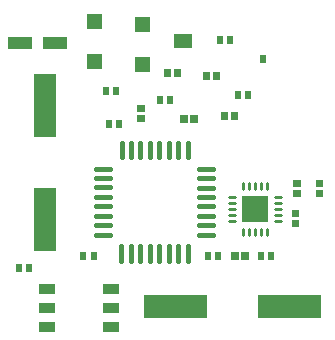
<source format=gtp>
G04 Layer: TopPasteMaskLayer*
G04 EasyEDA v6.1.34, Sat, 04 May 2019 03:32:15 GMT*
G04 a282187419204f9284f90a9f3713dfcb,c51538707a8b4a26ae849ea9e5911ac7,10*
G04 Gerber Generator version 0.2*
G04 Scale: 100 percent, Rotated: No, Reflected: No *
G04 Dimensions in millimeters *
G04 leading zeros omitted , absolute positions ,3 integer and 3 decimal *
%FSLAX33Y33*%
%MOMM*%
G90*
G71D02*

%ADD13C,0.280010*%
%ADD14C,0.450012*%
%ADD16R,0.599948X0.649986*%
%ADD20R,2.299995X2.299995*%
%ADD21R,1.999996X0.999998*%
%ADD22R,1.399997X0.899998*%

%LPD*%
G54D13*
G01X25670Y13893D02*
G01X25670Y13373D01*
G01X26170Y13893D02*
G01X26170Y13373D01*
G01X26670Y13893D02*
G01X26670Y13373D01*
G01X27170Y13893D02*
G01X27170Y13373D01*
G01X27669Y13893D02*
G01X27669Y13373D01*
G01X28359Y12683D02*
G01X28879Y12683D01*
G01X28359Y12183D02*
G01X28879Y12183D01*
G01X28359Y11684D02*
G01X28879Y11684D01*
G01X28359Y11183D02*
G01X28879Y11183D01*
G01X28359Y10684D02*
G01X28879Y10684D01*
G01X27669Y9994D02*
G01X27669Y9474D01*
G01X27170Y9994D02*
G01X27170Y9474D01*
G01X26670Y9994D02*
G01X26670Y9474D01*
G01X26170Y9994D02*
G01X26170Y9474D01*
G01X25670Y9994D02*
G01X25670Y9474D01*
G01X24460Y10684D02*
G01X24980Y10684D01*
G01X24460Y11183D02*
G01X24980Y11183D01*
G01X24460Y11684D02*
G01X24980Y11684D01*
G01X24460Y12183D02*
G01X24980Y12183D01*
G01X24460Y12683D02*
G01X24980Y12683D01*
G54D14*
G01X15367Y17300D02*
G01X15367Y16100D01*
G01X16167Y17300D02*
G01X16167Y16100D01*
G01X16967Y17300D02*
G01X16967Y16100D01*
G01X17767Y17300D02*
G01X17767Y16100D01*
G01X18564Y17300D02*
G01X18564Y16100D01*
G01X19364Y17300D02*
G01X19364Y16100D01*
G01X20165Y17300D02*
G01X20165Y16100D01*
G01X20965Y17300D02*
G01X20965Y16100D01*
G01X21929Y15125D02*
G01X23129Y15125D01*
G01X21929Y14325D02*
G01X23129Y14325D01*
G01X21929Y13525D02*
G01X23129Y13525D01*
G01X21929Y12725D02*
G01X23129Y12725D01*
G01X21929Y11927D02*
G01X23129Y11927D01*
G01X21929Y11127D02*
G01X23129Y11127D01*
G01X21929Y10327D02*
G01X23129Y10327D01*
G01X21929Y9527D02*
G01X23129Y9527D01*
G01X20955Y8537D02*
G01X20955Y7337D01*
G01X20154Y8537D02*
G01X20154Y7337D01*
G01X19354Y8537D02*
G01X19354Y7337D01*
G01X18554Y8537D02*
G01X18554Y7337D01*
G01X17757Y8537D02*
G01X17757Y7337D01*
G01X16957Y8537D02*
G01X16957Y7337D01*
G01X16156Y8537D02*
G01X16156Y7337D01*
G01X15356Y8537D02*
G01X15356Y7337D01*
G01X13192Y9537D02*
G01X14392Y9537D01*
G01X13192Y10337D02*
G01X14392Y10337D01*
G01X13192Y11137D02*
G01X14392Y11137D01*
G01X13192Y11938D02*
G01X14392Y11938D01*
G01X13192Y12735D02*
G01X14392Y12735D01*
G01X13192Y13535D02*
G01X14392Y13535D01*
G01X13192Y14335D02*
G01X14392Y14335D01*
G01X13192Y15135D02*
G01X14392Y15135D01*
G54D16*
G01X27305Y24384D03*
G36*
G01X32258Y2463D02*
G01X26924Y2463D01*
G01X26924Y4394D01*
G01X32258Y4394D01*
G01X32258Y2463D01*
G37*
G36*
G01X22606Y2463D02*
G01X17272Y2463D01*
G01X17272Y4394D01*
G01X22606Y4394D01*
G01X22606Y2463D01*
G37*
G36*
G01X9855Y23114D02*
G01X9855Y17780D01*
G01X7924Y17780D01*
G01X7924Y23114D01*
G01X9855Y23114D01*
G37*
G36*
G01X9855Y13462D02*
G01X9855Y8128D01*
G01X7924Y8128D01*
G01X7924Y13462D01*
G01X9855Y13462D01*
G37*
G01X23538Y7747D03*
G01X22689Y7747D03*
G36*
G01X25275Y7422D02*
G01X24675Y7422D01*
G01X24675Y8071D01*
G01X25275Y8071D01*
G01X25275Y7422D01*
G37*
G36*
G01X26124Y7422D02*
G01X25524Y7422D01*
G01X25524Y8071D01*
G01X26124Y8071D01*
G01X26124Y7422D01*
G37*
G01X7536Y6731D03*
G01X6687Y6731D03*
G01X12997Y7747D03*
G01X12148Y7747D03*
G36*
G01X30550Y13337D02*
G01X30550Y12737D01*
G01X29901Y12737D01*
G01X29901Y13337D01*
G01X30550Y13337D01*
G37*
G36*
G01X30550Y14186D02*
G01X30550Y13586D01*
G01X29901Y13586D01*
G01X29901Y14186D01*
G01X30550Y14186D01*
G37*
G36*
G01X32455Y13337D02*
G01X32455Y12737D01*
G01X31806Y12737D01*
G01X31806Y13337D01*
G01X32455Y13337D01*
G37*
G36*
G01X32455Y14186D02*
G01X32455Y13586D01*
G01X31806Y13586D01*
G01X31806Y14186D01*
G01X32455Y14186D01*
G37*
G01X24554Y26035D03*
G01X23705Y26035D03*
G36*
G01X20957Y18979D02*
G01X20357Y18979D01*
G01X20357Y19628D01*
G01X20957Y19628D01*
G01X20957Y18979D01*
G37*
G36*
G01X21806Y18979D02*
G01X21206Y18979D01*
G01X21206Y19628D01*
G01X21806Y19628D01*
G01X21806Y18979D01*
G37*
G01X19474Y20955D03*
G01X18625Y20955D03*
G36*
G01X19560Y22916D02*
G01X18960Y22916D01*
G01X18960Y23565D01*
G01X19560Y23565D01*
G01X19560Y22916D01*
G37*
G36*
G01X20409Y22916D02*
G01X19809Y22916D01*
G01X19809Y23565D01*
G01X20409Y23565D01*
G01X20409Y22916D01*
G37*
G36*
G01X24386Y19233D02*
G01X23786Y19233D01*
G01X23786Y19882D01*
G01X24386Y19882D01*
G01X24386Y19233D01*
G37*
G36*
G01X25235Y19233D02*
G01X24635Y19233D01*
G01X24635Y19882D01*
G01X25235Y19882D01*
G01X25235Y19233D01*
G37*
G36*
G01X30423Y10797D02*
G01X30423Y10197D01*
G01X29774Y10197D01*
G01X29774Y10797D01*
G01X30423Y10797D01*
G37*
G36*
G01X30423Y11646D02*
G01X30423Y11046D01*
G01X29774Y11046D01*
G01X29774Y11646D01*
G01X30423Y11646D01*
G37*
G01X26078Y21336D03*
G01X25229Y21336D03*
G01X27990Y7747D03*
G01X27142Y7747D03*
G36*
G01X22862Y22662D02*
G01X22262Y22662D01*
G01X22262Y23311D01*
G01X22862Y23311D01*
G01X22862Y22662D01*
G37*
G36*
G01X23711Y22662D02*
G01X23111Y22662D01*
G01X23111Y23311D01*
G01X23711Y23311D01*
G01X23711Y22662D01*
G37*
G54D20*
G01X26670Y11684D03*
G54D16*
G01X14902Y21717D03*
G01X14053Y21717D03*
G54D21*
G01X6755Y25781D03*
G01X9755Y25781D03*
G36*
G01X16693Y19936D02*
G01X16693Y20536D01*
G01X17342Y20536D01*
G01X17342Y19936D01*
G01X16693Y19936D01*
G37*
G36*
G01X16693Y19087D02*
G01X16693Y19687D01*
G01X17342Y19687D01*
G01X17342Y19087D01*
G01X16693Y19087D01*
G37*
G54D16*
G01X15156Y18923D03*
G01X14307Y18923D03*
G54D22*
G01X9017Y4953D03*
G01X9017Y3352D03*
G01X9017Y1752D03*
G01X14478Y4953D03*
G01X14478Y3352D03*
G01X14478Y1752D03*
G36*
G01X12430Y26957D02*
G01X12430Y28258D01*
G01X13731Y28258D01*
G01X13731Y26957D01*
G01X12430Y26957D01*
G37*
G36*
G01X12430Y23557D02*
G01X12430Y24858D01*
G01X13731Y24858D01*
G01X13731Y23557D01*
G01X12430Y23557D01*
G37*
G36*
G01X16494Y26703D02*
G01X16494Y28004D01*
G01X17795Y28004D01*
G01X17795Y26703D01*
G01X16494Y26703D01*
G37*
G36*
G01X16494Y23303D02*
G01X16494Y24604D01*
G01X17795Y24604D01*
G01X17795Y23303D01*
G01X16494Y23303D01*
G37*
G36*
G01X19839Y25327D02*
G01X19839Y26488D01*
G01X21308Y26488D01*
G01X21308Y25327D01*
G01X19839Y25327D01*
G37*
M00*
M02*

</source>
